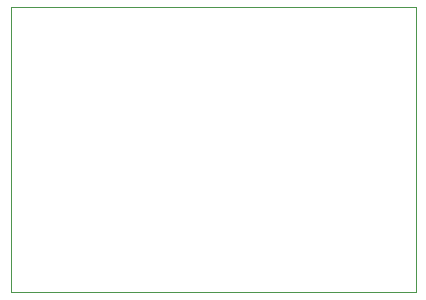
<source format=gbr>
G04 #@! TF.FileFunction,Profile,NP*
%FSLAX46Y46*%
G04 Gerber Fmt 4.6, Leading zero omitted, Abs format (unit mm)*
G04 Created by KiCad (PCBNEW (after 2015-mar-04 BZR unknown)-product) date 10/24/2015 7:47:12 PM*
%MOMM*%
G01*
G04 APERTURE LIST*
%ADD10C,0.150000*%
%ADD11C,0.100000*%
G04 APERTURE END LIST*
D10*
D11*
X79290000Y-54130000D02*
X79290000Y-30000000D01*
X45000000Y-30000000D02*
X45000000Y-54130000D01*
X79290000Y-54130000D02*
X45000000Y-54130000D01*
X45000000Y-30000000D02*
X79290000Y-30000000D01*
M02*

</source>
